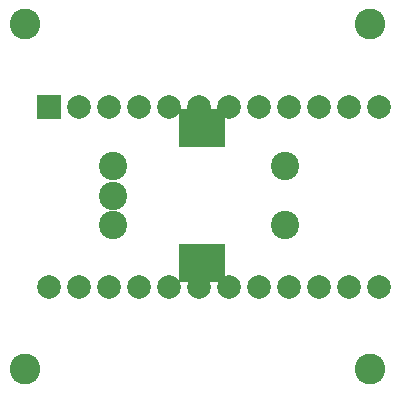
<source format=gts>
G04 #@! TF.FileFunction,Soldermask,Top*
%FSLAX46Y46*%
G04 Gerber Fmt 4.6, Leading zero omitted, Abs format (unit mm)*
G04 Created by KiCad (PCBNEW 4.0.7) date Tue Jul  3 21:06:47 2018*
%MOMM*%
%LPD*%
G01*
G04 APERTURE LIST*
%ADD10C,0.100000*%
%ADD11R,4.000000X3.200000*%
%ADD12C,2.400000*%
%ADD13C,2.600000*%
%ADD14R,2.000000X2.000000*%
%ADD15C,2.000000*%
G04 APERTURE END LIST*
D10*
D11*
X56400000Y-39800000D03*
X56400000Y-51200000D03*
D12*
X63400000Y-43000000D03*
X63400000Y-48000000D03*
X48900000Y-43000000D03*
X48900000Y-45500000D03*
X48900000Y-48000000D03*
D13*
X70600000Y-60200000D03*
X41400000Y-60200000D03*
X70600000Y-31000000D03*
X41400000Y-31000000D03*
D14*
X43430000Y-37980000D03*
D15*
X45970000Y-37980000D03*
X48510000Y-37980000D03*
X51050000Y-37980000D03*
X53590000Y-37980000D03*
X56130000Y-37980000D03*
X58670000Y-37980000D03*
X61210000Y-37980000D03*
X63750000Y-37980000D03*
X66290000Y-37980000D03*
X68830000Y-37980000D03*
X71370000Y-37980000D03*
X71370000Y-53220000D03*
X68830000Y-53220000D03*
X66290000Y-53220000D03*
X63750000Y-53220000D03*
X61210000Y-53220000D03*
X58670000Y-53220000D03*
X56130000Y-53220000D03*
X53590000Y-53220000D03*
X51050000Y-53220000D03*
X48510000Y-53220000D03*
X45970000Y-53220000D03*
X43430000Y-53220000D03*
M02*

</source>
